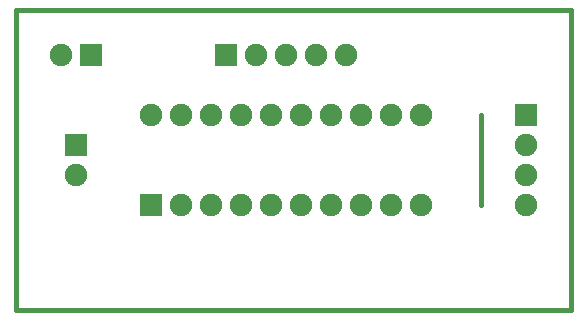
<source format=gbr>
G04 #@! TF.FileFunction,Soldermask,Bot*
%FSLAX46Y46*%
G04 Gerber Fmt 4.6, Leading zero omitted, Abs format (unit mm)*
G04 Created by KiCad (PCBNEW 4.0.5+dfsg1-4+deb9u1) date Mon Sep 26 08:46:45 2022*
%MOMM*%
%LPD*%
G01*
G04 APERTURE LIST*
%ADD10C,0.100000*%
%ADD11C,0.381000*%
%ADD12R,1.905000X1.905000*%
%ADD13C,1.905000*%
G04 APERTURE END LIST*
D10*
D11*
X166370000Y-104775000D02*
X166370000Y-97155000D01*
X173990000Y-113665000D02*
X127000000Y-113665000D01*
X127000000Y-88265000D02*
X173990000Y-88265000D01*
X173990000Y-113665000D02*
X173990000Y-88265000D01*
X127000000Y-108585000D02*
X127000000Y-113665000D01*
X127000000Y-88265000D02*
X127000000Y-108585000D01*
D12*
X132080000Y-99695000D03*
D13*
X132080000Y-102235000D03*
D12*
X138430000Y-104775000D03*
D13*
X140970000Y-104775000D03*
X143510000Y-104775000D03*
X146050000Y-104775000D03*
X148590000Y-104775000D03*
X151130000Y-104775000D03*
X153670000Y-104775000D03*
X156210000Y-104775000D03*
X158750000Y-104775000D03*
X161290000Y-104775000D03*
X161290000Y-97155000D03*
X158750000Y-97155000D03*
X156210000Y-97155000D03*
X153670000Y-97155000D03*
X151130000Y-97155000D03*
X148590000Y-97155000D03*
X146050000Y-97155000D03*
X143510000Y-97155000D03*
X140970000Y-97155000D03*
X138430000Y-97155000D03*
D12*
X144780000Y-92075000D03*
D13*
X147320000Y-92075000D03*
X149860000Y-92075000D03*
X152400000Y-92075000D03*
X154940000Y-92075000D03*
D12*
X170180000Y-97155000D03*
D13*
X170180000Y-99695000D03*
X170180000Y-102235000D03*
X170180000Y-104775000D03*
D12*
X133350000Y-92075000D03*
D13*
X130810000Y-92075000D03*
M02*

</source>
